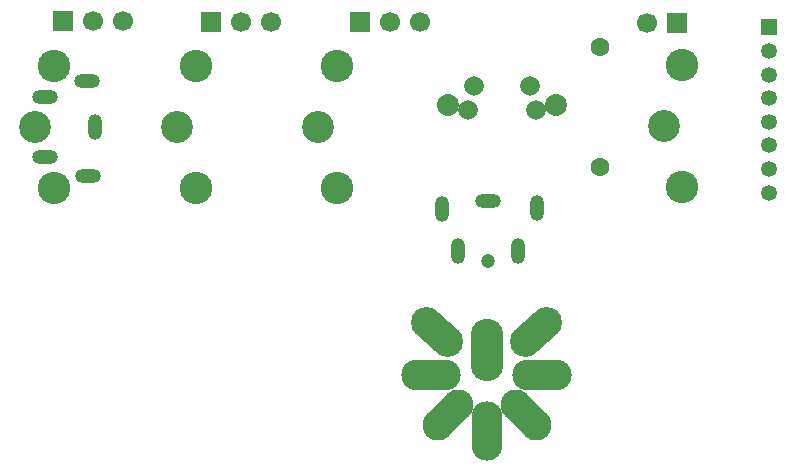
<source format=gbr>
%TF.GenerationSoftware,KiCad,Pcbnew,9.0.4*%
%TF.CreationDate,2025-10-08T09:42:31-04:00*%
%TF.ProjectId,C64-128AVS,4336342d-3132-4384-9156-532e6b696361,rev?*%
%TF.SameCoordinates,Original*%
%TF.FileFunction,Soldermask,Top*%
%TF.FilePolarity,Negative*%
%FSLAX46Y46*%
G04 Gerber Fmt 4.6, Leading zero omitted, Abs format (unit mm)*
G04 Created by KiCad (PCBNEW 9.0.4) date 2025-10-08 09:42:31*
%MOMM*%
%LPD*%
G01*
G04 APERTURE LIST*
G04 Aperture macros list*
%AMHorizOval*
0 Thick line with rounded ends*
0 $1 width*
0 $2 $3 position (X,Y) of the first rounded end (center of the circle)*
0 $4 $5 position (X,Y) of the second rounded end (center of the circle)*
0 Add line between two ends*
20,1,$1,$2,$3,$4,$5,0*
0 Add two circle primitives to create the rounded ends*
1,1,$1,$2,$3*
1,1,$1,$4,$5*%
G04 Aperture macros list end*
%ADD10O,2.200000X1.200000*%
%ADD11O,1.200000X2.200000*%
%ADD12R,1.700000X1.700000*%
%ADD13C,1.700000*%
%ADD14C,1.600200*%
%ADD15C,1.660400*%
%ADD16C,1.860400*%
%ADD17R,1.350000X1.350000*%
%ADD18C,1.350000*%
%ADD19C,1.200000*%
%ADD20C,2.743200*%
%ADD21C,2.703200*%
%ADD22O,5.029200X2.616200*%
%ADD23O,2.616200X5.029200*%
%ADD24HorizOval,2.616200X0.853124X-0.853124X-0.853124X0.853124X0*%
%ADD25HorizOval,2.616200X-0.853124X-0.853124X0.853124X0.853124X0*%
%ADD26O,2.743200X5.283200*%
%ADD27HorizOval,2.616200X0.896604X0.807306X-0.896604X-0.807306X0*%
%ADD28HorizOval,2.616200X-0.896604X0.807306X0.896604X-0.807306X0*%
G04 APERTURE END LIST*
D10*
%TO.C,J12*%
X130860800Y-102285800D03*
X127254000Y-100660200D03*
D11*
X131470399Y-98120200D03*
D10*
X130810000Y-94208600D03*
X127254000Y-95580200D03*
%TD*%
D12*
%TO.C,J7*%
X128820001Y-89175000D03*
D13*
X131360001Y-89175000D03*
X133900000Y-89175000D03*
%TD*%
D14*
%TO.C,R1*%
X174275000Y-101525000D03*
X174275000Y-91365002D03*
%TD*%
D12*
%TO.C,J8*%
X141295001Y-89200000D03*
D13*
X143835001Y-89200000D03*
X146375000Y-89200000D03*
%TD*%
D15*
%TO.C,J1*%
X168850000Y-96650000D03*
X163050000Y-96650000D03*
X168350000Y-94650000D03*
X163550000Y-94650000D03*
D16*
X170550000Y-96250000D03*
X161350000Y-96250000D03*
%TD*%
D17*
%TO.C,J11*%
X188525000Y-89675000D03*
D18*
X188525000Y-91675000D03*
X188525000Y-93675000D03*
X188525000Y-95675000D03*
X188525000Y-97675000D03*
X188525000Y-99675000D03*
X188525000Y-101675000D03*
X188525000Y-103675000D03*
%TD*%
D19*
%TO.C,J13*%
X164736600Y-109444600D03*
D11*
X168902200Y-104974200D03*
X167276600Y-108581000D03*
D10*
X164736600Y-104364601D03*
D11*
X160825000Y-105025000D03*
X162196600Y-108581000D03*
%TD*%
D20*
%TO.C,J6*%
X181225000Y-103200000D03*
X181225000Y-92900000D03*
D21*
X179625000Y-98050000D03*
%TD*%
D20*
%TO.C,J3*%
X128000000Y-103250000D03*
X128000000Y-92950000D03*
D21*
X126400000Y-98100000D03*
%TD*%
D12*
%TO.C,J10*%
X180785000Y-89340000D03*
D13*
X178245000Y-89340000D03*
%TD*%
D20*
%TO.C,J5*%
X152000000Y-103250000D03*
X152000000Y-92950000D03*
D21*
X150400000Y-98100000D03*
%TD*%
D12*
%TO.C,J9*%
X153882501Y-89200000D03*
D13*
X156422501Y-89200000D03*
X158962500Y-89200000D03*
%TD*%
D20*
%TO.C,J4*%
X140000000Y-103250000D03*
X140000000Y-92950000D03*
D21*
X138400000Y-98100000D03*
%TD*%
D22*
%TO.C,J2*%
X169363607Y-119150856D03*
D23*
X164657107Y-123857356D03*
D22*
X159950607Y-119150856D03*
D24*
X167980231Y-122473980D03*
D25*
X161333983Y-122473980D03*
D26*
X164657107Y-116980856D03*
D27*
X168853711Y-115443550D03*
D28*
X160460503Y-115443550D03*
%TD*%
M02*

</source>
